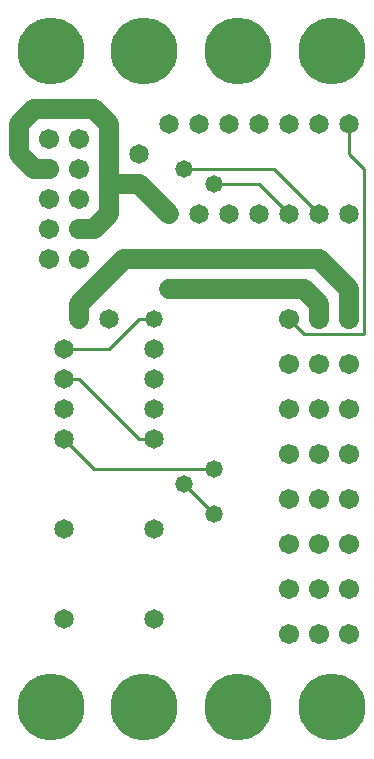
<source format=gbl>
%MOIN*%
%FSLAX25Y25*%
G04 D10 used for Character Trace; *
G04     Circle (OD=.01000) (No hole)*
G04 D11 used for Power Trace; *
G04     Circle (OD=.06500) (No hole)*
G04 D12 used for Signal Trace; *
G04     Circle (OD=.01100) (No hole)*
G04 D13 used for Via; *
G04     Circle (OD=.05800) (Round. Hole ID=.02800)*
G04 D14 used for Component hole; *
G04     Circle (OD=.06500) (Round. Hole ID=.03500)*
G04 D15 used for Component hole; *
G04     Circle (OD=.06700) (Round. Hole ID=.04300)*
G04 D16 used for Component hole; *
G04     Circle (OD=.08100) (Round. Hole ID=.05100)*
G04 D17 used for Component hole; *
G04     Circle (OD=.08900) (Round. Hole ID=.05900)*
G04 D18 used for Component hole; *
G04     Circle (OD=.11300) (Round. Hole ID=.08300)*
G04 D19 used for Component hole; *
G04     Circle (OD=.16000) (Round. Hole ID=.13000)*
G04 D20 used for Component hole; *
G04     Circle (OD=.18300) (Round. Hole ID=.15300)*
G04 D21 used for Component hole; *
G04     Circle (OD=.22291) (Round. Hole ID=.19291)*
%ADD10C,.01000*%
%ADD11C,.06500*%
%ADD12C,.01100*%
%ADD13C,.05800*%
%ADD14C,.06500*%
%ADD15C,.06700*%
%ADD16C,.08100*%
%ADD17C,.08900*%
%ADD18C,.11300*%
%ADD19C,.16000*%
%ADD20C,.18300*%
%ADD21C,.22291*%
%IPPOS*%
%LPD*%
G90*X0Y0D02*D21*X15625Y15625D03*D14*              
X20000Y45000D03*D21*X46875Y15625D03*D14*          
X50000Y45000D03*Y75000D03*X20000D03*D13*          
X70000Y80000D03*D12*X60000Y90000D01*D13*D03*      
X70000Y95000D03*D12*X30000D01*X20000Y105000D01*   
D14*D03*Y115000D03*D12*X45000Y105000D02*          
X25000Y125000D01*X45000Y105000D02*X50000D01*D14*  
D03*Y115000D03*Y125000D03*D12*X20000D02*X25000D01*
D14*X20000D03*Y135000D03*D12*X35000D01*           
X45000Y145000D01*X50000D01*D13*D03*               
X55000Y155000D03*D11*X100000D01*X105000Y150000D01*
Y145000D01*D15*D03*D12*X100000Y140000D02*         
X120000D01*Y195000D01*X115000Y200000D01*          
Y210000D01*D14*D03*X105000D03*X95000D03*D21*      
X109375Y234375D03*D12*X105000Y180000D02*          
X90000Y195000D01*D14*X105000Y180000D03*X115000D03*
X95000D03*D12*X85000Y190000D01*X70000D01*D13*D03* 
X60000Y195000D03*D12*X90000D01*D14*               
X75000Y210000D03*Y180000D03*X85000D03*Y210000D03* 
X65000D03*Y180000D03*D11*X115000Y155000D02*       
X105000Y165000D01*X115000Y145000D02*Y155000D01*   
D15*Y145000D03*X105000Y130000D03*X115000D03*D12*  
X100000Y140000D02*X95000Y145000D01*D15*D03*       
Y130000D03*D11*X40000Y165000D02*X105000D01*       
X25000Y150000D02*X40000Y165000D01*                
X25000Y145000D02*Y150000D01*D14*Y145000D03*       
X35000D03*D15*X25000Y165000D03*X15000D03*D14*     
X50000Y135000D03*D11*X25000Y175000D02*X30000D01*  
D15*X25000D03*D11*X30000D02*X35000Y180000D01*     
Y190000D01*X45000D01*D14*D03*D11*X55000Y180000D01*
D14*D03*D11*X35000Y190000D02*Y210000D01*          
X30000Y215000D01*X10000D01*X5000Y210000D01*       
Y200000D01*X10000Y195000D01*X15000D01*D15*D03*    
X25000Y185000D03*Y205000D03*Y195000D03*           
X15000Y205000D03*Y185000D03*Y175000D03*D14*       
X45000Y200000D03*D21*X46875Y234375D03*X15625D03*  
D14*X55000Y210000D03*D21*X78125Y234375D03*D15*    
X95000Y115000D03*X105000D03*X95000Y100000D03*     
X105000D03*X115000D03*Y115000D03*X95000Y85000D03* 
X105000D03*X115000D03*X95000Y70000D03*X105000D03* 
X115000D03*X95000Y55000D03*X105000D03*X115000D03* 
X95000Y40000D03*X105000D03*X115000D03*D21*        
X78125Y15625D03*X109375D03*M02*                   

</source>
